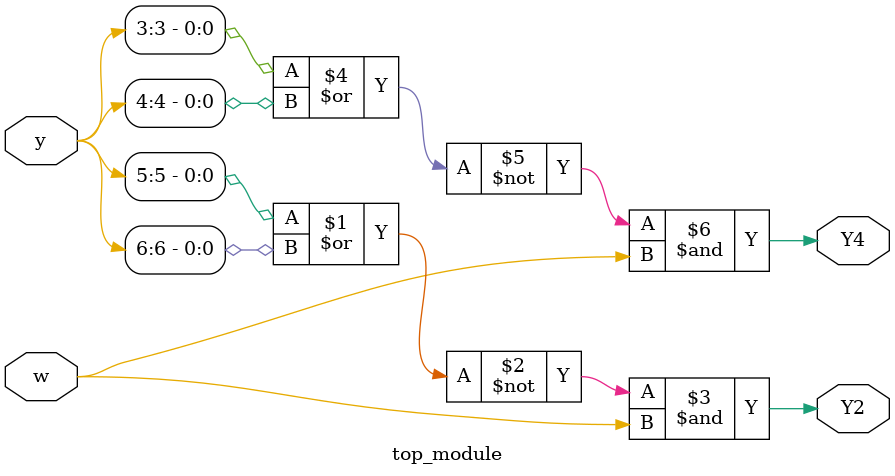
<source format=sv>
module top_module (
	input [6:1] y,
	input w,
	output Y2,
	output Y4
);

	// State A
	assign Y2 = ~(y[5] | y[6]) & w;
	assign Y4 = ~(y[3] | y[4]) & w;

endmodule

</source>
